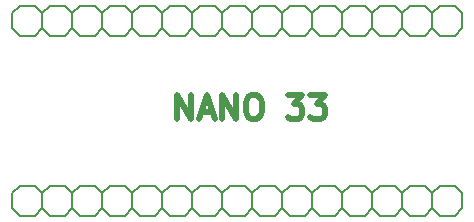
<source format=gbr>
G04 #@! TF.GenerationSoftware,KiCad,Pcbnew,5.1.4-e60b266~84~ubuntu18.04.1*
G04 #@! TF.CreationDate,2019-08-26T09:48:33-06:00*
G04 #@! TF.ProjectId,NANO33IoTV2.0,4e414e4f-3333-4496-9f54-56322e302e6b,rev?*
G04 #@! TF.SameCoordinates,Original*
G04 #@! TF.FileFunction,Legend,Top*
G04 #@! TF.FilePolarity,Positive*
%FSLAX46Y46*%
G04 Gerber Fmt 4.6, Leading zero omitted, Abs format (unit mm)*
G04 Created by KiCad (PCBNEW 5.1.4-e60b266~84~ubuntu18.04.1) date 2019-08-26 09:48:33*
%MOMM*%
%LPD*%
G04 APERTURE LIST*
%ADD10C,0.500000*%
%ADD11C,0.152400*%
%ADD12C,0.150000*%
G04 APERTURE END LIST*
D10*
X143034523Y-103139761D02*
X143034523Y-101139761D01*
X144177380Y-103139761D01*
X144177380Y-101139761D01*
X145034523Y-102568333D02*
X145986904Y-102568333D01*
X144844047Y-103139761D02*
X145510714Y-101139761D01*
X146177380Y-103139761D01*
X146844047Y-103139761D02*
X146844047Y-101139761D01*
X147986904Y-103139761D01*
X147986904Y-101139761D01*
X149320238Y-101139761D02*
X149701190Y-101139761D01*
X149891666Y-101235000D01*
X150082142Y-101425476D01*
X150177380Y-101806428D01*
X150177380Y-102473095D01*
X150082142Y-102854047D01*
X149891666Y-103044523D01*
X149701190Y-103139761D01*
X149320238Y-103139761D01*
X149129761Y-103044523D01*
X148939285Y-102854047D01*
X148844047Y-102473095D01*
X148844047Y-101806428D01*
X148939285Y-101425476D01*
X149129761Y-101235000D01*
X149320238Y-101139761D01*
X152367857Y-101139761D02*
X153605952Y-101139761D01*
X152939285Y-101901666D01*
X153225000Y-101901666D01*
X153415476Y-101996904D01*
X153510714Y-102092142D01*
X153605952Y-102282619D01*
X153605952Y-102758809D01*
X153510714Y-102949285D01*
X153415476Y-103044523D01*
X153225000Y-103139761D01*
X152653571Y-103139761D01*
X152463095Y-103044523D01*
X152367857Y-102949285D01*
X154272619Y-101139761D02*
X155510714Y-101139761D01*
X154844047Y-101901666D01*
X155129761Y-101901666D01*
X155320238Y-101996904D01*
X155415476Y-102092142D01*
X155510714Y-102282619D01*
X155510714Y-102758809D01*
X155415476Y-102949285D01*
X155320238Y-103044523D01*
X155129761Y-103139761D01*
X154558333Y-103139761D01*
X154367857Y-103044523D01*
X154272619Y-102949285D01*
D11*
X165236100Y-111353600D02*
X164601100Y-110718600D01*
X166506100Y-111353600D02*
X165236100Y-111353600D01*
X167141100Y-110718600D02*
X166506100Y-111353600D01*
X167141100Y-109448600D02*
X167141100Y-110718600D01*
X166506100Y-108813600D02*
X167141100Y-109448600D01*
X165236100Y-108813600D02*
X166506100Y-108813600D01*
X164601100Y-109448600D02*
X165236100Y-108813600D01*
X130946100Y-111353600D02*
X129676100Y-111353600D01*
X129041100Y-110718600D02*
X129676100Y-111353600D01*
X129676100Y-108813600D02*
X129041100Y-109448600D01*
X129041100Y-109448600D02*
X129041100Y-110718600D01*
X132216100Y-111353600D02*
X131581100Y-110718600D01*
X133486100Y-111353600D02*
X132216100Y-111353600D01*
X134121100Y-110718600D02*
X133486100Y-111353600D01*
X134121100Y-109448600D02*
X134121100Y-110718600D01*
X133486100Y-108813600D02*
X134121100Y-109448600D01*
X132216100Y-108813600D02*
X133486100Y-108813600D01*
X131581100Y-109448600D02*
X132216100Y-108813600D01*
X131581100Y-110718600D02*
X130946100Y-111353600D01*
X131581100Y-109448600D02*
X131581100Y-110718600D01*
X130946100Y-108813600D02*
X131581100Y-109448600D01*
X129676100Y-108813600D02*
X130946100Y-108813600D01*
X138566100Y-111353600D02*
X137296100Y-111353600D01*
X136661100Y-110718600D02*
X137296100Y-111353600D01*
X137296100Y-108813600D02*
X136661100Y-109448600D01*
X134756100Y-111353600D02*
X134121100Y-110718600D01*
X136026100Y-111353600D02*
X134756100Y-111353600D01*
X136661100Y-110718600D02*
X136026100Y-111353600D01*
X136661100Y-109448600D02*
X136661100Y-110718600D01*
X136026100Y-108813600D02*
X136661100Y-109448600D01*
X134756100Y-108813600D02*
X136026100Y-108813600D01*
X134121100Y-109448600D02*
X134756100Y-108813600D01*
X139836100Y-111353600D02*
X139201100Y-110718600D01*
X141106100Y-111353600D02*
X139836100Y-111353600D01*
X141741100Y-110718600D02*
X141106100Y-111353600D01*
X141741100Y-109448600D02*
X141741100Y-110718600D01*
X141106100Y-108813600D02*
X141741100Y-109448600D01*
X139836100Y-108813600D02*
X141106100Y-108813600D01*
X139201100Y-109448600D02*
X139836100Y-108813600D01*
X139201100Y-110718600D02*
X138566100Y-111353600D01*
X139201100Y-109448600D02*
X139201100Y-110718600D01*
X138566100Y-108813600D02*
X139201100Y-109448600D01*
X137296100Y-108813600D02*
X138566100Y-108813600D01*
X146186100Y-111353600D02*
X144916100Y-111353600D01*
X144281100Y-110718600D02*
X144916100Y-111353600D01*
X144916100Y-108813600D02*
X144281100Y-109448600D01*
X142376100Y-111353600D02*
X141741100Y-110718600D01*
X143646100Y-111353600D02*
X142376100Y-111353600D01*
X144281100Y-110718600D02*
X143646100Y-111353600D01*
X144281100Y-109448600D02*
X144281100Y-110718600D01*
X143646100Y-108813600D02*
X144281100Y-109448600D01*
X142376100Y-108813600D02*
X143646100Y-108813600D01*
X141741100Y-109448600D02*
X142376100Y-108813600D01*
X147456100Y-111353600D02*
X146821100Y-110718600D01*
X148726100Y-111353600D02*
X147456100Y-111353600D01*
X149361100Y-110718600D02*
X148726100Y-111353600D01*
X149361100Y-109448600D02*
X149361100Y-110718600D01*
X148726100Y-108813600D02*
X149361100Y-109448600D01*
X147456100Y-108813600D02*
X148726100Y-108813600D01*
X146821100Y-109448600D02*
X147456100Y-108813600D01*
X146821100Y-110718600D02*
X146186100Y-111353600D01*
X146821100Y-109448600D02*
X146821100Y-110718600D01*
X146186100Y-108813600D02*
X146821100Y-109448600D01*
X144916100Y-108813600D02*
X146186100Y-108813600D01*
X153806100Y-111353600D02*
X152536100Y-111353600D01*
X151901100Y-110718600D02*
X152536100Y-111353600D01*
X152536100Y-108813600D02*
X151901100Y-109448600D01*
X149996100Y-111353600D02*
X149361100Y-110718600D01*
X151266100Y-111353600D02*
X149996100Y-111353600D01*
X151901100Y-110718600D02*
X151266100Y-111353600D01*
X151901100Y-109448600D02*
X151901100Y-110718600D01*
X151266100Y-108813600D02*
X151901100Y-109448600D01*
X149996100Y-108813600D02*
X151266100Y-108813600D01*
X149361100Y-109448600D02*
X149996100Y-108813600D01*
X155076100Y-111353600D02*
X154441100Y-110718600D01*
X156346100Y-111353600D02*
X155076100Y-111353600D01*
X156981100Y-110718600D02*
X156346100Y-111353600D01*
X156981100Y-109448600D02*
X156981100Y-110718600D01*
X156346100Y-108813600D02*
X156981100Y-109448600D01*
X155076100Y-108813600D02*
X156346100Y-108813600D01*
X154441100Y-109448600D02*
X155076100Y-108813600D01*
X154441100Y-110718600D02*
X153806100Y-111353600D01*
X154441100Y-109448600D02*
X154441100Y-110718600D01*
X153806100Y-108813600D02*
X154441100Y-109448600D01*
X152536100Y-108813600D02*
X153806100Y-108813600D01*
X161426100Y-111353600D02*
X160156100Y-111353600D01*
X159521100Y-110718600D02*
X160156100Y-111353600D01*
X160156100Y-108813600D02*
X159521100Y-109448600D01*
X157616100Y-111353600D02*
X156981100Y-110718600D01*
X158886100Y-111353600D02*
X157616100Y-111353600D01*
X159521100Y-110718600D02*
X158886100Y-111353600D01*
X159521100Y-109448600D02*
X159521100Y-110718600D01*
X158886100Y-108813600D02*
X159521100Y-109448600D01*
X157616100Y-108813600D02*
X158886100Y-108813600D01*
X156981100Y-109448600D02*
X157616100Y-108813600D01*
X162696100Y-111353600D02*
X162061100Y-110718600D01*
X163966100Y-111353600D02*
X162696100Y-111353600D01*
X164601100Y-110718600D02*
X163966100Y-111353600D01*
X164601100Y-109448600D02*
X164601100Y-110718600D01*
X163966100Y-108813600D02*
X164601100Y-109448600D01*
X162696100Y-108813600D02*
X163966100Y-108813600D01*
X162061100Y-109448600D02*
X162696100Y-108813600D01*
X162061100Y-110718600D02*
X161426100Y-111353600D01*
X162061100Y-109448600D02*
X162061100Y-110718600D01*
X161426100Y-108813600D02*
X162061100Y-109448600D01*
X160156100Y-108813600D02*
X161426100Y-108813600D01*
X130946100Y-93573600D02*
X131581100Y-94208600D01*
X129676100Y-93573600D02*
X130946100Y-93573600D01*
X129041100Y-94208600D02*
X129676100Y-93573600D01*
X129041100Y-95478600D02*
X129041100Y-94208600D01*
X129676100Y-96113600D02*
X129041100Y-95478600D01*
X130946100Y-96113600D02*
X129676100Y-96113600D01*
X131581100Y-95478600D02*
X130946100Y-96113600D01*
X165236100Y-93573600D02*
X166506100Y-93573600D01*
X167141100Y-94208600D02*
X166506100Y-93573600D01*
X166506100Y-96113600D02*
X167141100Y-95478600D01*
X167141100Y-95478600D02*
X167141100Y-94208600D01*
X163966100Y-93573600D02*
X164601100Y-94208600D01*
X162696100Y-93573600D02*
X163966100Y-93573600D01*
X162061100Y-94208600D02*
X162696100Y-93573600D01*
X162061100Y-95478600D02*
X162061100Y-94208600D01*
X162696100Y-96113600D02*
X162061100Y-95478600D01*
X163966100Y-96113600D02*
X162696100Y-96113600D01*
X164601100Y-95478600D02*
X163966100Y-96113600D01*
X164601100Y-94208600D02*
X165236100Y-93573600D01*
X164601100Y-95478600D02*
X164601100Y-94208600D01*
X165236100Y-96113600D02*
X164601100Y-95478600D01*
X166506100Y-96113600D02*
X165236100Y-96113600D01*
X157616100Y-93573600D02*
X158886100Y-93573600D01*
X159521100Y-94208600D02*
X158886100Y-93573600D01*
X158886100Y-96113600D02*
X159521100Y-95478600D01*
X161426100Y-93573600D02*
X162061100Y-94208600D01*
X160156100Y-93573600D02*
X161426100Y-93573600D01*
X159521100Y-94208600D02*
X160156100Y-93573600D01*
X159521100Y-95478600D02*
X159521100Y-94208600D01*
X160156100Y-96113600D02*
X159521100Y-95478600D01*
X161426100Y-96113600D02*
X160156100Y-96113600D01*
X162061100Y-95478600D02*
X161426100Y-96113600D01*
X156346100Y-93573600D02*
X156981100Y-94208600D01*
X155076100Y-93573600D02*
X156346100Y-93573600D01*
X154441100Y-94208600D02*
X155076100Y-93573600D01*
X154441100Y-95478600D02*
X154441100Y-94208600D01*
X155076100Y-96113600D02*
X154441100Y-95478600D01*
X156346100Y-96113600D02*
X155076100Y-96113600D01*
X156981100Y-95478600D02*
X156346100Y-96113600D01*
X156981100Y-94208600D02*
X157616100Y-93573600D01*
X156981100Y-95478600D02*
X156981100Y-94208600D01*
X157616100Y-96113600D02*
X156981100Y-95478600D01*
X158886100Y-96113600D02*
X157616100Y-96113600D01*
X149996100Y-93573600D02*
X151266100Y-93573600D01*
X151901100Y-94208600D02*
X151266100Y-93573600D01*
X151266100Y-96113600D02*
X151901100Y-95478600D01*
X153806100Y-93573600D02*
X154441100Y-94208600D01*
X152536100Y-93573600D02*
X153806100Y-93573600D01*
X151901100Y-94208600D02*
X152536100Y-93573600D01*
X151901100Y-95478600D02*
X151901100Y-94208600D01*
X152536100Y-96113600D02*
X151901100Y-95478600D01*
X153806100Y-96113600D02*
X152536100Y-96113600D01*
X154441100Y-95478600D02*
X153806100Y-96113600D01*
X148726100Y-93573600D02*
X149361100Y-94208600D01*
X147456100Y-93573600D02*
X148726100Y-93573600D01*
X146821100Y-94208600D02*
X147456100Y-93573600D01*
X146821100Y-95478600D02*
X146821100Y-94208600D01*
X147456100Y-96113600D02*
X146821100Y-95478600D01*
X148726100Y-96113600D02*
X147456100Y-96113600D01*
X149361100Y-95478600D02*
X148726100Y-96113600D01*
X149361100Y-94208600D02*
X149996100Y-93573600D01*
X149361100Y-95478600D02*
X149361100Y-94208600D01*
X149996100Y-96113600D02*
X149361100Y-95478600D01*
X151266100Y-96113600D02*
X149996100Y-96113600D01*
X142376100Y-93573600D02*
X143646100Y-93573600D01*
X144281100Y-94208600D02*
X143646100Y-93573600D01*
X143646100Y-96113600D02*
X144281100Y-95478600D01*
X146186100Y-93573600D02*
X146821100Y-94208600D01*
X144916100Y-93573600D02*
X146186100Y-93573600D01*
X144281100Y-94208600D02*
X144916100Y-93573600D01*
X144281100Y-95478600D02*
X144281100Y-94208600D01*
X144916100Y-96113600D02*
X144281100Y-95478600D01*
X146186100Y-96113600D02*
X144916100Y-96113600D01*
X146821100Y-95478600D02*
X146186100Y-96113600D01*
X141106100Y-93573600D02*
X141741100Y-94208600D01*
X139836100Y-93573600D02*
X141106100Y-93573600D01*
X139201100Y-94208600D02*
X139836100Y-93573600D01*
X139201100Y-95478600D02*
X139201100Y-94208600D01*
X139836100Y-96113600D02*
X139201100Y-95478600D01*
X141106100Y-96113600D02*
X139836100Y-96113600D01*
X141741100Y-95478600D02*
X141106100Y-96113600D01*
X141741100Y-94208600D02*
X142376100Y-93573600D01*
X141741100Y-95478600D02*
X141741100Y-94208600D01*
X142376100Y-96113600D02*
X141741100Y-95478600D01*
X143646100Y-96113600D02*
X142376100Y-96113600D01*
X134756100Y-93573600D02*
X136026100Y-93573600D01*
X136661100Y-94208600D02*
X136026100Y-93573600D01*
X136026100Y-96113600D02*
X136661100Y-95478600D01*
X138566100Y-93573600D02*
X139201100Y-94208600D01*
X137296100Y-93573600D02*
X138566100Y-93573600D01*
X136661100Y-94208600D02*
X137296100Y-93573600D01*
X136661100Y-95478600D02*
X136661100Y-94208600D01*
X137296100Y-96113600D02*
X136661100Y-95478600D01*
X138566100Y-96113600D02*
X137296100Y-96113600D01*
X139201100Y-95478600D02*
X138566100Y-96113600D01*
X133486100Y-93573600D02*
X134121100Y-94208600D01*
X132216100Y-93573600D02*
X133486100Y-93573600D01*
X131581100Y-94208600D02*
X132216100Y-93573600D01*
X131581100Y-95478600D02*
X131581100Y-94208600D01*
X132216100Y-96113600D02*
X131581100Y-95478600D01*
X133486100Y-96113600D02*
X132216100Y-96113600D01*
X134121100Y-95478600D02*
X133486100Y-96113600D01*
X134121100Y-94208600D02*
X134756100Y-93573600D01*
X134121100Y-95478600D02*
X134121100Y-94208600D01*
X134756100Y-96113600D02*
X134121100Y-95478600D01*
X136026100Y-96113600D02*
X134756100Y-96113600D01*
D12*
M02*

</source>
